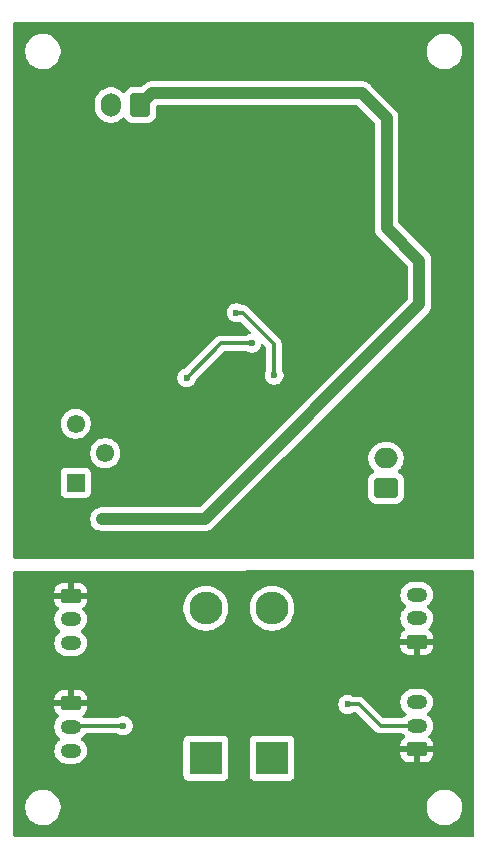
<source format=gbr>
%TF.GenerationSoftware,KiCad,Pcbnew,9.0.0-rc1*%
%TF.CreationDate,2025-10-12T14:16:47+03:00*%
%TF.ProjectId,uvp,7576702e-6b69-4636-9164-5f7063625858,rev?*%
%TF.SameCoordinates,Original*%
%TF.FileFunction,Copper,L2,Bot*%
%TF.FilePolarity,Positive*%
%FSLAX46Y46*%
G04 Gerber Fmt 4.6, Leading zero omitted, Abs format (unit mm)*
G04 Created by KiCad (PCBNEW 9.0.0-rc1) date 2025-10-12 14:16:47*
%MOMM*%
%LPD*%
G01*
G04 APERTURE LIST*
G04 Aperture macros list*
%AMRoundRect*
0 Rectangle with rounded corners*
0 $1 Rounding radius*
0 $2 $3 $4 $5 $6 $7 $8 $9 X,Y pos of 4 corners*
0 Add a 4 corners polygon primitive as box body*
4,1,4,$2,$3,$4,$5,$6,$7,$8,$9,$2,$3,0*
0 Add four circle primitives for the rounded corners*
1,1,$1+$1,$2,$3*
1,1,$1+$1,$4,$5*
1,1,$1+$1,$6,$7*
1,1,$1+$1,$8,$9*
0 Add four rect primitives between the rounded corners*
20,1,$1+$1,$2,$3,$4,$5,0*
20,1,$1+$1,$4,$5,$6,$7,0*
20,1,$1+$1,$6,$7,$8,$9,0*
20,1,$1+$1,$8,$9,$2,$3,0*%
G04 Aperture macros list end*
%TA.AperFunction,ComponentPad*%
%ADD10O,1.750000X1.200000*%
%TD*%
%TA.AperFunction,ComponentPad*%
%ADD11RoundRect,0.250000X0.625000X-0.350000X0.625000X0.350000X-0.625000X0.350000X-0.625000X-0.350000X0*%
%TD*%
%TA.AperFunction,ComponentPad*%
%ADD12RoundRect,0.250000X-0.625000X0.350000X-0.625000X-0.350000X0.625000X-0.350000X0.625000X0.350000X0*%
%TD*%
%TA.AperFunction,ComponentPad*%
%ADD13RoundRect,0.250000X0.750000X-0.600000X0.750000X0.600000X-0.750000X0.600000X-0.750000X-0.600000X0*%
%TD*%
%TA.AperFunction,ComponentPad*%
%ADD14O,2.000000X1.700000*%
%TD*%
%TA.AperFunction,ComponentPad*%
%ADD15RoundRect,0.250000X0.600000X0.750000X-0.600000X0.750000X-0.600000X-0.750000X0.600000X-0.750000X0*%
%TD*%
%TA.AperFunction,ComponentPad*%
%ADD16O,1.700000X2.000000*%
%TD*%
%TA.AperFunction,ComponentPad*%
%ADD17C,1.550000*%
%TD*%
%TA.AperFunction,ComponentPad*%
%ADD18R,1.550000X1.550000*%
%TD*%
%TA.AperFunction,ComponentPad*%
%ADD19O,2.800000X2.800000*%
%TD*%
%TA.AperFunction,ComponentPad*%
%ADD20R,2.800000X2.800000*%
%TD*%
%TA.AperFunction,ViaPad*%
%ADD21C,0.600000*%
%TD*%
%TA.AperFunction,Conductor*%
%ADD22C,1.000000*%
%TD*%
%TA.AperFunction,Conductor*%
%ADD23C,0.300000*%
%TD*%
%TA.AperFunction,Conductor*%
%ADD24C,0.500000*%
%TD*%
G04 APERTURE END LIST*
D10*
%TO.P,IN2,3,Pin_3*%
%TO.N,/TACHOMETER1*%
X64650000Y-79000000D03*
%TO.P,IN2,2,Pin_2*%
%TO.N,INV1 +12V*%
X64650000Y-81000000D03*
D11*
%TO.P,IN2,1,Pin_1*%
%TO.N,INV GND*%
X64650000Y-83000000D03*
%TD*%
D10*
%TO.P,IN4,3,Pin_3*%
%TO.N,/TACHOMETER2*%
X35350000Y-83100000D03*
%TO.P,IN4,2,Pin_2*%
%TO.N,INV2 +12V*%
X35350000Y-81100000D03*
D12*
%TO.P,IN4,1,Pin_1*%
%TO.N,INV GND*%
X35350000Y-79100000D03*
%TD*%
D10*
%TO.P,IN1,3,Pin_3*%
%TO.N,/TACHOMETER1*%
X64650000Y-88100000D03*
%TO.P,IN1,2,Pin_2*%
%TO.N,/FAN POWER1*%
X64650000Y-90100000D03*
D11*
%TO.P,IN1,1,Pin_1*%
%TO.N,INV GND*%
X64650000Y-92100000D03*
%TD*%
D12*
%TO.P,IN3,1,Pin_1*%
%TO.N,INV GND*%
X35350000Y-88200000D03*
D10*
%TO.P,IN3,2,Pin_2*%
%TO.N,/FAN POWER2*%
X35350000Y-90200000D03*
%TO.P,IN3,3,Pin_3*%
%TO.N,/TACHOMETER2*%
X35350000Y-92200000D03*
%TD*%
D13*
%TO.P,J2,1,Pin_1*%
%TO.N,/LOAD*%
X62050000Y-69950000D03*
D14*
%TO.P,J2,2,Pin_2*%
%TO.N,GND*%
X62050000Y-67450000D03*
%TD*%
D15*
%TO.P,J1,1,Pin_1*%
%TO.N,+12V*%
X41250000Y-37550000D03*
D16*
%TO.P,J1,2,Pin_2*%
%TO.N,GND*%
X38750000Y-37550000D03*
%TD*%
D17*
%TO.P,RV1,3,3*%
%TO.N,Net-(R2-Pad1)*%
X35775000Y-64525000D03*
%TO.P,RV1,2,2*%
%TO.N,/VBAT*%
X38275000Y-67025000D03*
D18*
%TO.P,RV1,1,1*%
%TO.N,Net-(R1-Pad2)*%
X35775000Y-69525000D03*
%TD*%
D19*
%TO.P,D2,2,A*%
%TO.N,Net-(D2-A)*%
X46800000Y-80150000D03*
D20*
%TO.P,D2,1,K*%
%TO.N,Net-(D2-K)*%
X46800000Y-92850000D03*
%TD*%
D19*
%TO.P,D1,2,A*%
%TO.N,Net-(D1-A)*%
X52400000Y-80150000D03*
D20*
%TO.P,D1,1,K*%
%TO.N,Net-(D1-K)*%
X52400000Y-92850000D03*
%TD*%
D21*
%TO.N,/FAN POWER1*%
X58800000Y-88300000D03*
%TO.N,/FAN POWER2*%
X39800000Y-90100000D03*
%TO.N,/TRIGGER*%
X45175000Y-60625000D03*
X50675000Y-57725000D03*
%TO.N,+12V*%
X51775000Y-36525000D03*
X62100000Y-47225000D03*
X64875000Y-54325000D03*
X61875000Y-38425000D03*
%TO.N,+5V*%
X35377500Y-55350000D03*
X51625000Y-54975000D03*
X49475000Y-61825000D03*
X45800000Y-69900000D03*
X40675000Y-64725000D03*
X44475000Y-56225000D03*
X44677500Y-47350000D03*
%TO.N,/SHUTDOWN-H*%
X49375000Y-55125000D03*
X52575000Y-60425000D03*
%TO.N,+12V*%
X38000000Y-72600000D03*
%TD*%
D22*
%TO.N,+12V*%
X41250000Y-37550000D02*
X42275000Y-36525000D01*
X42275000Y-36525000D02*
X59975000Y-36525000D01*
X59975000Y-36525000D02*
X61875000Y-38425000D01*
D23*
%TO.N,/FAN POWER2*%
X39800000Y-90100000D02*
X35450000Y-90100000D01*
X35450000Y-90100000D02*
X35350000Y-90200000D01*
%TO.N,/FAN POWER1*%
X58800000Y-88300000D02*
X59800000Y-88300000D01*
X59800000Y-88300000D02*
X61600000Y-90100000D01*
X61600000Y-90100000D02*
X64300000Y-90100000D01*
D22*
%TO.N,+12V*%
X38000000Y-72600000D02*
X46700000Y-72600000D01*
X46700000Y-72600000D02*
X64875000Y-54425000D01*
X64875000Y-54425000D02*
X64875000Y-54325000D01*
D24*
%TO.N,+5V*%
X40675000Y-64775000D02*
X40675000Y-64725000D01*
D22*
%TO.N,+12V*%
X61875000Y-38425000D02*
X62100000Y-38650000D01*
X62100000Y-38650000D02*
X62100000Y-47950000D01*
X62100000Y-47950000D02*
X64875000Y-50725000D01*
X64875000Y-50725000D02*
X64875000Y-54325000D01*
D23*
%TO.N,/SHUTDOWN-H*%
X49375000Y-55125000D02*
X49925000Y-55125000D01*
X49925000Y-55125000D02*
X52575000Y-57775000D01*
X52575000Y-57775000D02*
X52575000Y-60425000D01*
%TO.N,/TRIGGER*%
X45175000Y-60625000D02*
X48075000Y-57725000D01*
X48075000Y-57725000D02*
X50675000Y-57725000D01*
%TD*%
%TA.AperFunction,Conductor*%
%TO.N,+5V*%
G36*
X69442539Y-30520185D02*
G01*
X69488294Y-30572989D01*
X69499500Y-30624500D01*
X69499500Y-75876000D01*
X69479815Y-75943039D01*
X69427011Y-75988794D01*
X69375500Y-76000000D01*
X30624500Y-76000000D01*
X30557461Y-75980315D01*
X30511706Y-75927511D01*
X30500500Y-75876000D01*
X30500500Y-72698543D01*
X36999499Y-72698543D01*
X37037947Y-72891829D01*
X37037950Y-72891839D01*
X37113364Y-73073907D01*
X37113371Y-73073920D01*
X37222860Y-73237781D01*
X37222863Y-73237785D01*
X37362214Y-73377136D01*
X37362218Y-73377139D01*
X37526079Y-73486628D01*
X37526092Y-73486635D01*
X37708160Y-73562049D01*
X37708165Y-73562051D01*
X37708169Y-73562051D01*
X37708170Y-73562052D01*
X37901456Y-73600500D01*
X37901459Y-73600500D01*
X46798542Y-73600500D01*
X46829566Y-73594328D01*
X46895188Y-73581275D01*
X46991836Y-73562051D01*
X47045165Y-73539961D01*
X47173914Y-73486632D01*
X47337782Y-73377139D01*
X47477139Y-73237782D01*
X47477139Y-73237780D01*
X47487347Y-73227573D01*
X47487348Y-73227570D01*
X53371206Y-67343713D01*
X60549500Y-67343713D01*
X60549500Y-67556287D01*
X60582754Y-67766243D01*
X60611896Y-67855933D01*
X60648444Y-67968414D01*
X60744951Y-68157820D01*
X60869890Y-68329786D01*
X61008705Y-68468601D01*
X61042190Y-68529924D01*
X61037206Y-68599616D01*
X60995334Y-68655549D01*
X60986121Y-68661821D01*
X60831342Y-68757289D01*
X60707289Y-68881342D01*
X60615187Y-69030663D01*
X60615186Y-69030666D01*
X60560001Y-69197203D01*
X60560001Y-69197204D01*
X60560000Y-69197204D01*
X60549500Y-69299983D01*
X60549500Y-70600001D01*
X60549501Y-70600018D01*
X60560000Y-70702796D01*
X60560001Y-70702799D01*
X60615185Y-70869331D01*
X60615186Y-70869334D01*
X60707288Y-71018656D01*
X60831344Y-71142712D01*
X60980666Y-71234814D01*
X61147203Y-71289999D01*
X61249991Y-71300500D01*
X62850008Y-71300499D01*
X62952797Y-71289999D01*
X63119334Y-71234814D01*
X63268656Y-71142712D01*
X63392712Y-71018656D01*
X63484814Y-70869334D01*
X63539999Y-70702797D01*
X63550500Y-70600009D01*
X63550499Y-69299992D01*
X63539999Y-69197203D01*
X63484814Y-69030666D01*
X63392712Y-68881344D01*
X63268656Y-68757288D01*
X63119334Y-68665186D01*
X63119333Y-68665185D01*
X63113878Y-68661821D01*
X63067154Y-68609873D01*
X63055931Y-68540910D01*
X63083775Y-68476828D01*
X63091272Y-68468623D01*
X63230104Y-68329792D01*
X63283784Y-68255908D01*
X63355048Y-68157820D01*
X63355047Y-68157820D01*
X63355051Y-68157816D01*
X63451557Y-67968412D01*
X63517246Y-67766243D01*
X63550500Y-67556287D01*
X63550500Y-67343713D01*
X63517246Y-67133757D01*
X63451557Y-66931588D01*
X63355051Y-66742184D01*
X63355049Y-66742181D01*
X63355048Y-66742179D01*
X63230109Y-66570213D01*
X63079786Y-66419890D01*
X62907820Y-66294951D01*
X62718414Y-66198444D01*
X62718413Y-66198443D01*
X62718412Y-66198443D01*
X62516243Y-66132754D01*
X62516241Y-66132753D01*
X62516240Y-66132753D01*
X62354957Y-66107208D01*
X62306287Y-66099500D01*
X61793713Y-66099500D01*
X61745042Y-66107208D01*
X61583760Y-66132753D01*
X61381585Y-66198444D01*
X61192179Y-66294951D01*
X61020213Y-66419890D01*
X60869890Y-66570213D01*
X60744951Y-66742179D01*
X60648444Y-66931585D01*
X60582753Y-67133760D01*
X60564159Y-67251160D01*
X60549500Y-67343713D01*
X53371206Y-67343713D01*
X65652139Y-55062782D01*
X65718957Y-54962782D01*
X65761632Y-54898914D01*
X65837051Y-54716835D01*
X65839569Y-54704179D01*
X65875500Y-54523541D01*
X65875500Y-54326460D01*
X65875500Y-54226459D01*
X65875500Y-50626459D01*
X65869121Y-50594389D01*
X65837052Y-50433165D01*
X65761632Y-50251086D01*
X65761631Y-50251085D01*
X65761628Y-50251079D01*
X65652140Y-50087219D01*
X65652137Y-50087215D01*
X63136819Y-47571897D01*
X63103334Y-47510574D01*
X63100500Y-47484216D01*
X63100500Y-38551456D01*
X63100499Y-38551454D01*
X63062053Y-38358173D01*
X63062050Y-38358163D01*
X63058671Y-38350005D01*
X63039961Y-38304835D01*
X63039961Y-38304834D01*
X62986635Y-38176092D01*
X62986628Y-38176079D01*
X62877139Y-38012218D01*
X62877136Y-38012214D01*
X62734686Y-37869764D01*
X62734655Y-37869735D01*
X62656480Y-37791560D01*
X62656460Y-37791538D01*
X60759209Y-35894289D01*
X60759206Y-35894285D01*
X60759206Y-35894286D01*
X60752139Y-35887219D01*
X60752139Y-35887218D01*
X60612782Y-35747861D01*
X60612781Y-35747860D01*
X60612780Y-35747859D01*
X60448920Y-35638371D01*
X60448911Y-35638366D01*
X60376315Y-35608296D01*
X60320165Y-35585038D01*
X60266836Y-35562949D01*
X60266832Y-35562948D01*
X60266828Y-35562946D01*
X60170188Y-35543724D01*
X60073544Y-35524500D01*
X60073541Y-35524500D01*
X42176459Y-35524500D01*
X42176455Y-35524500D01*
X42079812Y-35543724D01*
X41983167Y-35562947D01*
X41983161Y-35562949D01*
X41929834Y-35585037D01*
X41929834Y-35585038D01*
X41884315Y-35603892D01*
X41801089Y-35638366D01*
X41801079Y-35638371D01*
X41637219Y-35747859D01*
X41567540Y-35817538D01*
X41497861Y-35887218D01*
X41497858Y-35887221D01*
X41371897Y-36013182D01*
X41310574Y-36046666D01*
X41284216Y-36049500D01*
X40599998Y-36049500D01*
X40599980Y-36049501D01*
X40497203Y-36060000D01*
X40497200Y-36060001D01*
X40330668Y-36115185D01*
X40330663Y-36115187D01*
X40181342Y-36207289D01*
X40057289Y-36331342D01*
X39961821Y-36486121D01*
X39909873Y-36532845D01*
X39840910Y-36544068D01*
X39776828Y-36516224D01*
X39768601Y-36508705D01*
X39629786Y-36369890D01*
X39457820Y-36244951D01*
X39268414Y-36148444D01*
X39268413Y-36148443D01*
X39268412Y-36148443D01*
X39066243Y-36082754D01*
X39066241Y-36082753D01*
X39066240Y-36082753D01*
X38904957Y-36057208D01*
X38856287Y-36049500D01*
X38643713Y-36049500D01*
X38595042Y-36057208D01*
X38433760Y-36082753D01*
X38231585Y-36148444D01*
X38042179Y-36244951D01*
X37870213Y-36369890D01*
X37719890Y-36520213D01*
X37594951Y-36692179D01*
X37498444Y-36881585D01*
X37432753Y-37083760D01*
X37399500Y-37293713D01*
X37399500Y-37806287D01*
X37432754Y-38016243D01*
X37484692Y-38176092D01*
X37498444Y-38218414D01*
X37594951Y-38407820D01*
X37719890Y-38579786D01*
X37870213Y-38730109D01*
X38042179Y-38855048D01*
X38042181Y-38855049D01*
X38042184Y-38855051D01*
X38231588Y-38951557D01*
X38433757Y-39017246D01*
X38643713Y-39050500D01*
X38643714Y-39050500D01*
X38856286Y-39050500D01*
X38856287Y-39050500D01*
X39066243Y-39017246D01*
X39268412Y-38951557D01*
X39457816Y-38855051D01*
X39629792Y-38730104D01*
X39768604Y-38591291D01*
X39829923Y-38557809D01*
X39899615Y-38562793D01*
X39955549Y-38604664D01*
X39961821Y-38613878D01*
X39965185Y-38619333D01*
X39965186Y-38619334D01*
X40057288Y-38768656D01*
X40181344Y-38892712D01*
X40330666Y-38984814D01*
X40497203Y-39039999D01*
X40599991Y-39050500D01*
X41900008Y-39050499D01*
X42002797Y-39039999D01*
X42169334Y-38984814D01*
X42318656Y-38892712D01*
X42442712Y-38768656D01*
X42534814Y-38619334D01*
X42589999Y-38452797D01*
X42600500Y-38350009D01*
X42600499Y-37665782D01*
X42609146Y-37636331D01*
X42615669Y-37606353D01*
X42619420Y-37601342D01*
X42620183Y-37598744D01*
X42636820Y-37578099D01*
X42653104Y-37561816D01*
X42714429Y-37528333D01*
X42740783Y-37525500D01*
X59509218Y-37525500D01*
X59576257Y-37545185D01*
X59596899Y-37561819D01*
X61063181Y-39028101D01*
X61096666Y-39089424D01*
X61099500Y-39115782D01*
X61099500Y-48048541D01*
X61099500Y-48048543D01*
X61099499Y-48048543D01*
X61137947Y-48241829D01*
X61137950Y-48241839D01*
X61213364Y-48423907D01*
X61213371Y-48423920D01*
X61322859Y-48587780D01*
X61322860Y-48587781D01*
X61322861Y-48587782D01*
X61462218Y-48727139D01*
X61462219Y-48727139D01*
X61469286Y-48734206D01*
X61469285Y-48734206D01*
X61469289Y-48734209D01*
X63838181Y-51103101D01*
X63871666Y-51164424D01*
X63874500Y-51190782D01*
X63874500Y-53959217D01*
X63854815Y-54026256D01*
X63838181Y-54046898D01*
X46321899Y-71563181D01*
X46260576Y-71596666D01*
X46234218Y-71599500D01*
X37901457Y-71599500D01*
X37708170Y-71637947D01*
X37708160Y-71637950D01*
X37526092Y-71713364D01*
X37526079Y-71713371D01*
X37362218Y-71822860D01*
X37362214Y-71822863D01*
X37222863Y-71962214D01*
X37222860Y-71962218D01*
X37113371Y-72126079D01*
X37113364Y-72126092D01*
X37037950Y-72308160D01*
X37037947Y-72308170D01*
X36999500Y-72501456D01*
X36999500Y-72501459D01*
X36999500Y-72698541D01*
X36999500Y-72698543D01*
X36999499Y-72698543D01*
X30500500Y-72698543D01*
X30500500Y-68702135D01*
X34499500Y-68702135D01*
X34499500Y-70347870D01*
X34499501Y-70347876D01*
X34505908Y-70407483D01*
X34556202Y-70542328D01*
X34556206Y-70542335D01*
X34642452Y-70657544D01*
X34642455Y-70657547D01*
X34757664Y-70743793D01*
X34757671Y-70743797D01*
X34892517Y-70794091D01*
X34892516Y-70794091D01*
X34899444Y-70794835D01*
X34952127Y-70800500D01*
X36597872Y-70800499D01*
X36657483Y-70794091D01*
X36792331Y-70743796D01*
X36907546Y-70657546D01*
X36993796Y-70542331D01*
X37044091Y-70407483D01*
X37050500Y-70347873D01*
X37050499Y-68702128D01*
X37044091Y-68642517D01*
X37031963Y-68610001D01*
X36993797Y-68507671D01*
X36993793Y-68507664D01*
X36907547Y-68392455D01*
X36907544Y-68392452D01*
X36792335Y-68306206D01*
X36792328Y-68306202D01*
X36657482Y-68255908D01*
X36657483Y-68255908D01*
X36597883Y-68249501D01*
X36597881Y-68249500D01*
X36597873Y-68249500D01*
X36597864Y-68249500D01*
X34952129Y-68249500D01*
X34952123Y-68249501D01*
X34892516Y-68255908D01*
X34757671Y-68306202D01*
X34757664Y-68306206D01*
X34642455Y-68392452D01*
X34642452Y-68392455D01*
X34556206Y-68507664D01*
X34556202Y-68507671D01*
X34505908Y-68642517D01*
X34499501Y-68702116D01*
X34499501Y-68702123D01*
X34499500Y-68702135D01*
X30500500Y-68702135D01*
X30500500Y-66924616D01*
X36999500Y-66924616D01*
X36999500Y-67125383D01*
X37030907Y-67323680D01*
X37092949Y-67514626D01*
X37114177Y-67556287D01*
X37184095Y-67693508D01*
X37302103Y-67855932D01*
X37444068Y-67997897D01*
X37606492Y-68115905D01*
X37688747Y-68157816D01*
X37785373Y-68207050D01*
X37785375Y-68207050D01*
X37785378Y-68207052D01*
X37976320Y-68269093D01*
X38174616Y-68300500D01*
X38174617Y-68300500D01*
X38375383Y-68300500D01*
X38375384Y-68300500D01*
X38573680Y-68269093D01*
X38764622Y-68207052D01*
X38943508Y-68115905D01*
X39105932Y-67997897D01*
X39247897Y-67855932D01*
X39365905Y-67693508D01*
X39457052Y-67514622D01*
X39519093Y-67323680D01*
X39550500Y-67125384D01*
X39550500Y-66924616D01*
X39519093Y-66726320D01*
X39457052Y-66535378D01*
X39457050Y-66535375D01*
X39457050Y-66535373D01*
X39365904Y-66356491D01*
X39247897Y-66194068D01*
X39105932Y-66052103D01*
X38943508Y-65934095D01*
X38764626Y-65842949D01*
X38573680Y-65780907D01*
X38499083Y-65769092D01*
X38375384Y-65749500D01*
X38174616Y-65749500D01*
X38075468Y-65765203D01*
X37976319Y-65780907D01*
X37785373Y-65842949D01*
X37606491Y-65934095D01*
X37513822Y-66001423D01*
X37444068Y-66052103D01*
X37444066Y-66052105D01*
X37444065Y-66052105D01*
X37302105Y-66194065D01*
X37302105Y-66194066D01*
X37302103Y-66194068D01*
X37298924Y-66198444D01*
X37184095Y-66356491D01*
X37092949Y-66535373D01*
X37030907Y-66726319D01*
X36999500Y-66924616D01*
X30500500Y-66924616D01*
X30500500Y-64424616D01*
X34499500Y-64424616D01*
X34499500Y-64625383D01*
X34530907Y-64823680D01*
X34592949Y-65014626D01*
X34684095Y-65193508D01*
X34802103Y-65355932D01*
X34944068Y-65497897D01*
X35106492Y-65615905D01*
X35191007Y-65658967D01*
X35285373Y-65707050D01*
X35285375Y-65707050D01*
X35285378Y-65707052D01*
X35476320Y-65769093D01*
X35674616Y-65800500D01*
X35674617Y-65800500D01*
X35875383Y-65800500D01*
X35875384Y-65800500D01*
X36073680Y-65769093D01*
X36264622Y-65707052D01*
X36443508Y-65615905D01*
X36605932Y-65497897D01*
X36747897Y-65355932D01*
X36865905Y-65193508D01*
X36957052Y-65014622D01*
X37019093Y-64823680D01*
X37050500Y-64625384D01*
X37050500Y-64424616D01*
X37019093Y-64226320D01*
X36957052Y-64035378D01*
X36957050Y-64035375D01*
X36957050Y-64035373D01*
X36865904Y-63856491D01*
X36747897Y-63694068D01*
X36605932Y-63552103D01*
X36443508Y-63434095D01*
X36264626Y-63342949D01*
X36073680Y-63280907D01*
X35875384Y-63249500D01*
X35674616Y-63249500D01*
X35575468Y-63265203D01*
X35476319Y-63280907D01*
X35285373Y-63342949D01*
X35106491Y-63434095D01*
X35013822Y-63501423D01*
X34944068Y-63552103D01*
X34944066Y-63552105D01*
X34944065Y-63552105D01*
X34802105Y-63694065D01*
X34802105Y-63694066D01*
X34802103Y-63694068D01*
X34751423Y-63763822D01*
X34684095Y-63856491D01*
X34592949Y-64035373D01*
X34530907Y-64226319D01*
X34499500Y-64424616D01*
X30500500Y-64424616D01*
X30500500Y-60546153D01*
X44374500Y-60546153D01*
X44374500Y-60703846D01*
X44405261Y-60858489D01*
X44405264Y-60858501D01*
X44465602Y-61004172D01*
X44465609Y-61004185D01*
X44553210Y-61135288D01*
X44553213Y-61135292D01*
X44664707Y-61246786D01*
X44664711Y-61246789D01*
X44795814Y-61334390D01*
X44795827Y-61334397D01*
X44941498Y-61394735D01*
X44941503Y-61394737D01*
X45096153Y-61425499D01*
X45096156Y-61425500D01*
X45096158Y-61425500D01*
X45253844Y-61425500D01*
X45253845Y-61425499D01*
X45408497Y-61394737D01*
X45554179Y-61334394D01*
X45685289Y-61246789D01*
X45796789Y-61135289D01*
X45884394Y-61004179D01*
X45944737Y-60858497D01*
X45958079Y-60791416D01*
X45990463Y-60729509D01*
X45991958Y-60727986D01*
X48308127Y-58411819D01*
X48369450Y-58378334D01*
X48395808Y-58375500D01*
X50170065Y-58375500D01*
X50237104Y-58395185D01*
X50238909Y-58396366D01*
X50295821Y-58434394D01*
X50295823Y-58434395D01*
X50295827Y-58434397D01*
X50441498Y-58494735D01*
X50441503Y-58494737D01*
X50596153Y-58525499D01*
X50596156Y-58525500D01*
X50596158Y-58525500D01*
X50753844Y-58525500D01*
X50753845Y-58525499D01*
X50908497Y-58494737D01*
X51054179Y-58434394D01*
X51185289Y-58346789D01*
X51296789Y-58235289D01*
X51384394Y-58104179D01*
X51444737Y-57958497D01*
X51464817Y-57857551D01*
X51497202Y-57795640D01*
X51557918Y-57761066D01*
X51627687Y-57764805D01*
X51674115Y-57794061D01*
X51888181Y-58008127D01*
X51921666Y-58069450D01*
X51924500Y-58095808D01*
X51924500Y-59920064D01*
X51904815Y-59987103D01*
X51903603Y-59988954D01*
X51865608Y-60045817D01*
X51865602Y-60045828D01*
X51805264Y-60191498D01*
X51805261Y-60191510D01*
X51774500Y-60346153D01*
X51774500Y-60503846D01*
X51805261Y-60658489D01*
X51805264Y-60658501D01*
X51865602Y-60804172D01*
X51865609Y-60804185D01*
X51953210Y-60935288D01*
X51953213Y-60935292D01*
X52064707Y-61046786D01*
X52064711Y-61046789D01*
X52195814Y-61134390D01*
X52195827Y-61134397D01*
X52341498Y-61194735D01*
X52341503Y-61194737D01*
X52496153Y-61225499D01*
X52496156Y-61225500D01*
X52496158Y-61225500D01*
X52653844Y-61225500D01*
X52653845Y-61225499D01*
X52808497Y-61194737D01*
X52954179Y-61134394D01*
X53085289Y-61046789D01*
X53196789Y-60935289D01*
X53284394Y-60804179D01*
X53344737Y-60658497D01*
X53375500Y-60503842D01*
X53375500Y-60346158D01*
X53375500Y-60346155D01*
X53375499Y-60346153D01*
X53355543Y-60245827D01*
X53344737Y-60191503D01*
X53284394Y-60045821D01*
X53246396Y-59988953D01*
X53225520Y-59922276D01*
X53225500Y-59920064D01*
X53225500Y-57710928D01*
X53200502Y-57585261D01*
X53200501Y-57585260D01*
X53200501Y-57585256D01*
X53151465Y-57466873D01*
X53118057Y-57416874D01*
X53080277Y-57360331D01*
X53080275Y-57360328D01*
X50339673Y-54619726D01*
X50339669Y-54619723D01*
X50233127Y-54548535D01*
X50172786Y-54523541D01*
X50114744Y-54499499D01*
X50114738Y-54499497D01*
X49989071Y-54474500D01*
X49989069Y-54474500D01*
X49879935Y-54474500D01*
X49812896Y-54454815D01*
X49811090Y-54453633D01*
X49754179Y-54415606D01*
X49754172Y-54415602D01*
X49608501Y-54355264D01*
X49608489Y-54355261D01*
X49453845Y-54324500D01*
X49453842Y-54324500D01*
X49296158Y-54324500D01*
X49296155Y-54324500D01*
X49141510Y-54355261D01*
X49141498Y-54355264D01*
X48995827Y-54415602D01*
X48995814Y-54415609D01*
X48864711Y-54503210D01*
X48864707Y-54503213D01*
X48753213Y-54614707D01*
X48753210Y-54614711D01*
X48665609Y-54745814D01*
X48665602Y-54745827D01*
X48605264Y-54891498D01*
X48605261Y-54891510D01*
X48574500Y-55046153D01*
X48574500Y-55203846D01*
X48605261Y-55358489D01*
X48605264Y-55358501D01*
X48665602Y-55504172D01*
X48665609Y-55504185D01*
X48753210Y-55635288D01*
X48753213Y-55635292D01*
X48864707Y-55746786D01*
X48864711Y-55746789D01*
X48995814Y-55834390D01*
X48995827Y-55834397D01*
X49082429Y-55870268D01*
X49141503Y-55894737D01*
X49296153Y-55925499D01*
X49296156Y-55925500D01*
X49296158Y-55925500D01*
X49453844Y-55925500D01*
X49453845Y-55925499D01*
X49608497Y-55894737D01*
X49649538Y-55877736D01*
X49719006Y-55870268D01*
X49781485Y-55901542D01*
X49784671Y-55904617D01*
X50605938Y-56725884D01*
X50639423Y-56787207D01*
X50634439Y-56856899D01*
X50592567Y-56912832D01*
X50542450Y-56935182D01*
X50441507Y-56955261D01*
X50441498Y-56955264D01*
X50295827Y-57015602D01*
X50295820Y-57015606D01*
X50266928Y-57034911D01*
X50238955Y-57053602D01*
X50172279Y-57074480D01*
X50170065Y-57074500D01*
X48010929Y-57074500D01*
X47885261Y-57099497D01*
X47885255Y-57099499D01*
X47766870Y-57148535D01*
X47660331Y-57219722D01*
X47660324Y-57219728D01*
X45072068Y-59807984D01*
X45010745Y-59841469D01*
X45008579Y-59841920D01*
X44941508Y-59855261D01*
X44941498Y-59855264D01*
X44795827Y-59915602D01*
X44795814Y-59915609D01*
X44664711Y-60003210D01*
X44664707Y-60003213D01*
X44553213Y-60114707D01*
X44553210Y-60114711D01*
X44465609Y-60245814D01*
X44465602Y-60245827D01*
X44405264Y-60391498D01*
X44405261Y-60391510D01*
X44374500Y-60546153D01*
X30500500Y-60546153D01*
X30500500Y-32881902D01*
X31499500Y-32881902D01*
X31499500Y-33118097D01*
X31536446Y-33351368D01*
X31609433Y-33575996D01*
X31716657Y-33786433D01*
X31855483Y-33977510D01*
X32022490Y-34144517D01*
X32213567Y-34283343D01*
X32312991Y-34334002D01*
X32424003Y-34390566D01*
X32424005Y-34390566D01*
X32424008Y-34390568D01*
X32544412Y-34429689D01*
X32648631Y-34463553D01*
X32881903Y-34500500D01*
X32881908Y-34500500D01*
X33118097Y-34500500D01*
X33351368Y-34463553D01*
X33575992Y-34390568D01*
X33786433Y-34283343D01*
X33977510Y-34144517D01*
X34144517Y-33977510D01*
X34283343Y-33786433D01*
X34390568Y-33575992D01*
X34463553Y-33351368D01*
X34488929Y-33191150D01*
X34500500Y-33118097D01*
X34500500Y-32881902D01*
X65499500Y-32881902D01*
X65499500Y-33118097D01*
X65536446Y-33351368D01*
X65609433Y-33575996D01*
X65716657Y-33786433D01*
X65855483Y-33977510D01*
X66022490Y-34144517D01*
X66213567Y-34283343D01*
X66312991Y-34334002D01*
X66424003Y-34390566D01*
X66424005Y-34390566D01*
X66424008Y-34390568D01*
X66544412Y-34429689D01*
X66648631Y-34463553D01*
X66881903Y-34500500D01*
X66881908Y-34500500D01*
X67118097Y-34500500D01*
X67351368Y-34463553D01*
X67575992Y-34390568D01*
X67786433Y-34283343D01*
X67977510Y-34144517D01*
X68144517Y-33977510D01*
X68283343Y-33786433D01*
X68390568Y-33575992D01*
X68463553Y-33351368D01*
X68488929Y-33191150D01*
X68500500Y-33118097D01*
X68500500Y-32881902D01*
X68463553Y-32648631D01*
X68390566Y-32424003D01*
X68283342Y-32213566D01*
X68144517Y-32022490D01*
X67977510Y-31855483D01*
X67786433Y-31716657D01*
X67575996Y-31609433D01*
X67351368Y-31536446D01*
X67118097Y-31499500D01*
X67118092Y-31499500D01*
X66881908Y-31499500D01*
X66881903Y-31499500D01*
X66648631Y-31536446D01*
X66424003Y-31609433D01*
X66213566Y-31716657D01*
X66104550Y-31795862D01*
X66022490Y-31855483D01*
X66022488Y-31855485D01*
X66022487Y-31855485D01*
X65855485Y-32022487D01*
X65855485Y-32022488D01*
X65855483Y-32022490D01*
X65795862Y-32104550D01*
X65716657Y-32213566D01*
X65609433Y-32424003D01*
X65536446Y-32648631D01*
X65499500Y-32881902D01*
X34500500Y-32881902D01*
X34463553Y-32648631D01*
X34390566Y-32424003D01*
X34283342Y-32213566D01*
X34144517Y-32022490D01*
X33977510Y-31855483D01*
X33786433Y-31716657D01*
X33575996Y-31609433D01*
X33351368Y-31536446D01*
X33118097Y-31499500D01*
X33118092Y-31499500D01*
X32881908Y-31499500D01*
X32881903Y-31499500D01*
X32648631Y-31536446D01*
X32424003Y-31609433D01*
X32213566Y-31716657D01*
X32104550Y-31795862D01*
X32022490Y-31855483D01*
X32022488Y-31855485D01*
X32022487Y-31855485D01*
X31855485Y-32022487D01*
X31855485Y-32022488D01*
X31855483Y-32022490D01*
X31795862Y-32104550D01*
X31716657Y-32213566D01*
X31609433Y-32424003D01*
X31536446Y-32648631D01*
X31499500Y-32881902D01*
X30500500Y-32881902D01*
X30500500Y-30624500D01*
X30520185Y-30557461D01*
X30572989Y-30511706D01*
X30624500Y-30500500D01*
X69375500Y-30500500D01*
X69442539Y-30520185D01*
G37*
%TD.AperFunction*%
%TD*%
%TA.AperFunction,Conductor*%
%TO.N,INV GND*%
G36*
X69442278Y-76921078D02*
G01*
X69488165Y-76973768D01*
X69499500Y-77025561D01*
X69499500Y-99375500D01*
X69479815Y-99442539D01*
X69427011Y-99488294D01*
X69375500Y-99499500D01*
X30624500Y-99499500D01*
X30557461Y-99479815D01*
X30511706Y-99427011D01*
X30500500Y-99375500D01*
X30500500Y-96881902D01*
X31499500Y-96881902D01*
X31499500Y-97118097D01*
X31536446Y-97351368D01*
X31609433Y-97575996D01*
X31716657Y-97786433D01*
X31855483Y-97977510D01*
X32022490Y-98144517D01*
X32213567Y-98283343D01*
X32312991Y-98334002D01*
X32424003Y-98390566D01*
X32424005Y-98390566D01*
X32424008Y-98390568D01*
X32544412Y-98429689D01*
X32648631Y-98463553D01*
X32881903Y-98500500D01*
X32881908Y-98500500D01*
X33118097Y-98500500D01*
X33351368Y-98463553D01*
X33575992Y-98390568D01*
X33786433Y-98283343D01*
X33977510Y-98144517D01*
X34144517Y-97977510D01*
X34283343Y-97786433D01*
X34390568Y-97575992D01*
X34463553Y-97351368D01*
X34488929Y-97191150D01*
X34500500Y-97118097D01*
X34500500Y-96881902D01*
X65499500Y-96881902D01*
X65499500Y-97118097D01*
X65536446Y-97351368D01*
X65609433Y-97575996D01*
X65716657Y-97786433D01*
X65855483Y-97977510D01*
X66022490Y-98144517D01*
X66213567Y-98283343D01*
X66312991Y-98334002D01*
X66424003Y-98390566D01*
X66424005Y-98390566D01*
X66424008Y-98390568D01*
X66544412Y-98429689D01*
X66648631Y-98463553D01*
X66881903Y-98500500D01*
X66881908Y-98500500D01*
X67118097Y-98500500D01*
X67351368Y-98463553D01*
X67575992Y-98390568D01*
X67786433Y-98283343D01*
X67977510Y-98144517D01*
X68144517Y-97977510D01*
X68283343Y-97786433D01*
X68390568Y-97575992D01*
X68463553Y-97351368D01*
X68488929Y-97191150D01*
X68500500Y-97118097D01*
X68500500Y-96881902D01*
X68463553Y-96648631D01*
X68390566Y-96424003D01*
X68283342Y-96213566D01*
X68144517Y-96022490D01*
X67977510Y-95855483D01*
X67786433Y-95716657D01*
X67575996Y-95609433D01*
X67351368Y-95536446D01*
X67118097Y-95499500D01*
X67118092Y-95499500D01*
X66881908Y-95499500D01*
X66881903Y-95499500D01*
X66648631Y-95536446D01*
X66424003Y-95609433D01*
X66213566Y-95716657D01*
X66104550Y-95795862D01*
X66022490Y-95855483D01*
X66022488Y-95855485D01*
X66022487Y-95855485D01*
X65855485Y-96022487D01*
X65855485Y-96022488D01*
X65855483Y-96022490D01*
X65795862Y-96104550D01*
X65716657Y-96213566D01*
X65609433Y-96424003D01*
X65536446Y-96648631D01*
X65499500Y-96881902D01*
X34500500Y-96881902D01*
X34463553Y-96648631D01*
X34390566Y-96424003D01*
X34283342Y-96213566D01*
X34144517Y-96022490D01*
X33977510Y-95855483D01*
X33786433Y-95716657D01*
X33575996Y-95609433D01*
X33351368Y-95536446D01*
X33118097Y-95499500D01*
X33118092Y-95499500D01*
X32881908Y-95499500D01*
X32881903Y-95499500D01*
X32648631Y-95536446D01*
X32424003Y-95609433D01*
X32213566Y-95716657D01*
X32104550Y-95795862D01*
X32022490Y-95855483D01*
X32022488Y-95855485D01*
X32022487Y-95855485D01*
X31855485Y-96022487D01*
X31855485Y-96022488D01*
X31855483Y-96022490D01*
X31795862Y-96104550D01*
X31716657Y-96213566D01*
X31609433Y-96424003D01*
X31536446Y-96648631D01*
X31499500Y-96881902D01*
X30500500Y-96881902D01*
X30500500Y-90113389D01*
X33974500Y-90113389D01*
X33974500Y-90286610D01*
X33985759Y-90357701D01*
X34001598Y-90457701D01*
X34055127Y-90622445D01*
X34133768Y-90776788D01*
X34235586Y-90916928D01*
X34358072Y-91039414D01*
X34375257Y-91051899D01*
X34441023Y-91099683D01*
X34483689Y-91155013D01*
X34489667Y-91224626D01*
X34457061Y-91286421D01*
X34441023Y-91300317D01*
X34358078Y-91360581D01*
X34358069Y-91360588D01*
X34235588Y-91483069D01*
X34235588Y-91483070D01*
X34235586Y-91483072D01*
X34191859Y-91543256D01*
X34133768Y-91623211D01*
X34055128Y-91777552D01*
X34055127Y-91777554D01*
X34055127Y-91777555D01*
X34031588Y-91850000D01*
X34001597Y-91942302D01*
X33984440Y-92050630D01*
X33974500Y-92113389D01*
X33974500Y-92286611D01*
X34001598Y-92457701D01*
X34055127Y-92622445D01*
X34133768Y-92776788D01*
X34235586Y-92916928D01*
X34358072Y-93039414D01*
X34498212Y-93141232D01*
X34652555Y-93219873D01*
X34817299Y-93273402D01*
X34988389Y-93300500D01*
X34988390Y-93300500D01*
X35711610Y-93300500D01*
X35711611Y-93300500D01*
X35882701Y-93273402D01*
X36047445Y-93219873D01*
X36201788Y-93141232D01*
X36341928Y-93039414D01*
X36464414Y-92916928D01*
X36566232Y-92776788D01*
X36644873Y-92622445D01*
X36698402Y-92457701D01*
X36725500Y-92286611D01*
X36725500Y-92113389D01*
X36698402Y-91942299D01*
X36644873Y-91777555D01*
X36566232Y-91623212D01*
X36464414Y-91483072D01*
X36383477Y-91402135D01*
X44899500Y-91402135D01*
X44899500Y-94297870D01*
X44899501Y-94297876D01*
X44905908Y-94357483D01*
X44956202Y-94492328D01*
X44956206Y-94492335D01*
X45042452Y-94607544D01*
X45042455Y-94607547D01*
X45157664Y-94693793D01*
X45157671Y-94693797D01*
X45292517Y-94744091D01*
X45292516Y-94744091D01*
X45299444Y-94744835D01*
X45352127Y-94750500D01*
X48247872Y-94750499D01*
X48307483Y-94744091D01*
X48442331Y-94693796D01*
X48557546Y-94607546D01*
X48643796Y-94492331D01*
X48694091Y-94357483D01*
X48700500Y-94297873D01*
X48700499Y-91402135D01*
X50499500Y-91402135D01*
X50499500Y-94297870D01*
X50499501Y-94297876D01*
X50505908Y-94357483D01*
X50556202Y-94492328D01*
X50556206Y-94492335D01*
X50642452Y-94607544D01*
X50642455Y-94607547D01*
X50757664Y-94693793D01*
X50757671Y-94693797D01*
X50892517Y-94744091D01*
X50892516Y-94744091D01*
X50899444Y-94744835D01*
X50952127Y-94750500D01*
X53847872Y-94750499D01*
X53907483Y-94744091D01*
X54042331Y-94693796D01*
X54157546Y-94607546D01*
X54243796Y-94492331D01*
X54294091Y-94357483D01*
X54300500Y-94297873D01*
X54300499Y-91402128D01*
X54294091Y-91342517D01*
X54278351Y-91300317D01*
X54243797Y-91207671D01*
X54243793Y-91207664D01*
X54157547Y-91092455D01*
X54157544Y-91092452D01*
X54042335Y-91006206D01*
X54042328Y-91006202D01*
X53907482Y-90955908D01*
X53907483Y-90955908D01*
X53847883Y-90949501D01*
X53847881Y-90949500D01*
X53847873Y-90949500D01*
X53847864Y-90949500D01*
X50952129Y-90949500D01*
X50952123Y-90949501D01*
X50892516Y-90955908D01*
X50757671Y-91006202D01*
X50757664Y-91006206D01*
X50642455Y-91092452D01*
X50642452Y-91092455D01*
X50556206Y-91207664D01*
X50556202Y-91207671D01*
X50505908Y-91342517D01*
X50499501Y-91402116D01*
X50499501Y-91402123D01*
X50499500Y-91402135D01*
X48700499Y-91402135D01*
X48700499Y-91402128D01*
X48694091Y-91342517D01*
X48678351Y-91300317D01*
X48643797Y-91207671D01*
X48643793Y-91207664D01*
X48557547Y-91092455D01*
X48557544Y-91092452D01*
X48442335Y-91006206D01*
X48442328Y-91006202D01*
X48307482Y-90955908D01*
X48307483Y-90955908D01*
X48247883Y-90949501D01*
X48247881Y-90949500D01*
X48247873Y-90949500D01*
X48247864Y-90949500D01*
X45352129Y-90949500D01*
X45352123Y-90949501D01*
X45292516Y-90955908D01*
X45157671Y-91006202D01*
X45157664Y-91006206D01*
X45042455Y-91092452D01*
X45042452Y-91092455D01*
X44956206Y-91207664D01*
X44956202Y-91207671D01*
X44905908Y-91342517D01*
X44899501Y-91402116D01*
X44899501Y-91402123D01*
X44899500Y-91402135D01*
X36383477Y-91402135D01*
X36341928Y-91360586D01*
X36258975Y-91300317D01*
X36216311Y-91244988D01*
X36210332Y-91175374D01*
X36242938Y-91113579D01*
X36258976Y-91099682D01*
X36341928Y-91039414D01*
X36464414Y-90916928D01*
X36548195Y-90801614D01*
X36603526Y-90758949D01*
X36648513Y-90750500D01*
X39295065Y-90750500D01*
X39362104Y-90770185D01*
X39363909Y-90771366D01*
X39420821Y-90809394D01*
X39420823Y-90809395D01*
X39420827Y-90809397D01*
X39566498Y-90869735D01*
X39566503Y-90869737D01*
X39721153Y-90900499D01*
X39721156Y-90900500D01*
X39721158Y-90900500D01*
X39878844Y-90900500D01*
X39878845Y-90900499D01*
X40033497Y-90869737D01*
X40179179Y-90809394D01*
X40310289Y-90721789D01*
X40421789Y-90610289D01*
X40509394Y-90479179D01*
X40569737Y-90333497D01*
X40600500Y-90178842D01*
X40600500Y-90021158D01*
X40600500Y-90021155D01*
X40600499Y-90021153D01*
X40569738Y-89866510D01*
X40569737Y-89866503D01*
X40559713Y-89842302D01*
X40509397Y-89720827D01*
X40509390Y-89720814D01*
X40421789Y-89589711D01*
X40421786Y-89589707D01*
X40310292Y-89478213D01*
X40310288Y-89478210D01*
X40179185Y-89390609D01*
X40179172Y-89390602D01*
X40033501Y-89330264D01*
X40033489Y-89330261D01*
X39878845Y-89299500D01*
X39878842Y-89299500D01*
X39721158Y-89299500D01*
X39721155Y-89299500D01*
X39566510Y-89330261D01*
X39566498Y-89330264D01*
X39420827Y-89390602D01*
X39420820Y-89390606D01*
X39391928Y-89409911D01*
X39363955Y-89428602D01*
X39297279Y-89449480D01*
X39295065Y-89449500D01*
X36482204Y-89449500D01*
X36452763Y-89440855D01*
X36422777Y-89434332D01*
X36417761Y-89430577D01*
X36415165Y-89429815D01*
X36394523Y-89413181D01*
X36356508Y-89375166D01*
X36323023Y-89313843D01*
X36328007Y-89244151D01*
X36369879Y-89188218D01*
X36379094Y-89181945D01*
X36443345Y-89142315D01*
X36567315Y-89018345D01*
X36659356Y-88869124D01*
X36659358Y-88869119D01*
X36714505Y-88702697D01*
X36714506Y-88702690D01*
X36724999Y-88599986D01*
X36725000Y-88599973D01*
X36725000Y-88450000D01*
X35630330Y-88450000D01*
X35650075Y-88430255D01*
X35699444Y-88344745D01*
X35725000Y-88249370D01*
X35725000Y-88221153D01*
X57999500Y-88221153D01*
X57999500Y-88378846D01*
X58030261Y-88533489D01*
X58030264Y-88533501D01*
X58090602Y-88679172D01*
X58090609Y-88679185D01*
X58178210Y-88810288D01*
X58178213Y-88810292D01*
X58289707Y-88921786D01*
X58289711Y-88921789D01*
X58420814Y-89009390D01*
X58420827Y-89009397D01*
X58566498Y-89069735D01*
X58566503Y-89069737D01*
X58716131Y-89099500D01*
X58721153Y-89100499D01*
X58721156Y-89100500D01*
X58721158Y-89100500D01*
X58878844Y-89100500D01*
X58878845Y-89100499D01*
X59033497Y-89069737D01*
X59157569Y-89018345D01*
X59179172Y-89009397D01*
X59179172Y-89009396D01*
X59179179Y-89009394D01*
X59236044Y-88971397D01*
X59254091Y-88965746D01*
X59270000Y-88955523D01*
X59300959Y-88951071D01*
X59302721Y-88950520D01*
X59304935Y-88950500D01*
X59479192Y-88950500D01*
X59546231Y-88970185D01*
X59566873Y-88986819D01*
X61185324Y-90605271D01*
X61185327Y-90605274D01*
X61185330Y-90605276D01*
X61264386Y-90658099D01*
X61291873Y-90676465D01*
X61410256Y-90725501D01*
X61410260Y-90725501D01*
X61410261Y-90725502D01*
X61535928Y-90750500D01*
X61535931Y-90750500D01*
X63424142Y-90750500D01*
X63454922Y-90759538D01*
X63486113Y-90767096D01*
X63488752Y-90769471D01*
X63491181Y-90770185D01*
X63513862Y-90788906D01*
X63519585Y-90794905D01*
X63535586Y-90816928D01*
X63644534Y-90925876D01*
X63645530Y-90926920D01*
X63660912Y-90956737D01*
X63676976Y-90986156D01*
X63676867Y-90987666D01*
X63677563Y-90989014D01*
X63674384Y-91022398D01*
X63671992Y-91055848D01*
X63671083Y-91057061D01*
X63670940Y-91058569D01*
X63650211Y-91084942D01*
X63630120Y-91111781D01*
X63627964Y-91113248D01*
X63627765Y-91113502D01*
X63627412Y-91113624D01*
X63620907Y-91118053D01*
X63556654Y-91157684D01*
X63432684Y-91281654D01*
X63340643Y-91430875D01*
X63340641Y-91430880D01*
X63285494Y-91597302D01*
X63285493Y-91597309D01*
X63275000Y-91700013D01*
X63275000Y-91850000D01*
X64369670Y-91850000D01*
X64349925Y-91869745D01*
X64300556Y-91955255D01*
X64275000Y-92050630D01*
X64275000Y-92149370D01*
X64300556Y-92244745D01*
X64349925Y-92330255D01*
X64369670Y-92350000D01*
X63275001Y-92350000D01*
X63275001Y-92499986D01*
X63285494Y-92602697D01*
X63340641Y-92769119D01*
X63340643Y-92769124D01*
X63432684Y-92918345D01*
X63556654Y-93042315D01*
X63705875Y-93134356D01*
X63705880Y-93134358D01*
X63872302Y-93189505D01*
X63872309Y-93189506D01*
X63975019Y-93199999D01*
X64399999Y-93199999D01*
X64400000Y-93199998D01*
X64400000Y-92380330D01*
X64419745Y-92400075D01*
X64505255Y-92449444D01*
X64600630Y-92475000D01*
X64699370Y-92475000D01*
X64794745Y-92449444D01*
X64880255Y-92400075D01*
X64900000Y-92380330D01*
X64900000Y-93199999D01*
X65324972Y-93199999D01*
X65324986Y-93199998D01*
X65427697Y-93189505D01*
X65594119Y-93134358D01*
X65594124Y-93134356D01*
X65743345Y-93042315D01*
X65867315Y-92918345D01*
X65959356Y-92769124D01*
X65959358Y-92769119D01*
X66014505Y-92602697D01*
X66014506Y-92602690D01*
X66024999Y-92499986D01*
X66025000Y-92499973D01*
X66025000Y-92350000D01*
X64930330Y-92350000D01*
X64950075Y-92330255D01*
X64999444Y-92244745D01*
X65025000Y-92149370D01*
X65025000Y-92050630D01*
X64999444Y-91955255D01*
X64950075Y-91869745D01*
X64930330Y-91850000D01*
X66024999Y-91850000D01*
X66024999Y-91700028D01*
X66024998Y-91700013D01*
X66014505Y-91597302D01*
X65959358Y-91430880D01*
X65959356Y-91430875D01*
X65867315Y-91281654D01*
X65743343Y-91157682D01*
X65679093Y-91118053D01*
X65632368Y-91066105D01*
X65621145Y-90997143D01*
X65648988Y-90933061D01*
X65656486Y-90924855D01*
X65764414Y-90816928D01*
X65866232Y-90676788D01*
X65944873Y-90522445D01*
X65998402Y-90357701D01*
X66025500Y-90186611D01*
X66025500Y-90013389D01*
X65998402Y-89842299D01*
X65944873Y-89677555D01*
X65866232Y-89523212D01*
X65764414Y-89383072D01*
X65641928Y-89260586D01*
X65558975Y-89200317D01*
X65516311Y-89144988D01*
X65510332Y-89075374D01*
X65542938Y-89013579D01*
X65558976Y-88999682D01*
X65641928Y-88939414D01*
X65764414Y-88816928D01*
X65866232Y-88676788D01*
X65944873Y-88522445D01*
X65998402Y-88357701D01*
X66025500Y-88186611D01*
X66025500Y-88013389D01*
X65998402Y-87842299D01*
X65944873Y-87677555D01*
X65866232Y-87523212D01*
X65764414Y-87383072D01*
X65641928Y-87260586D01*
X65501788Y-87158768D01*
X65347445Y-87080127D01*
X65182701Y-87026598D01*
X65182699Y-87026597D01*
X65182698Y-87026597D01*
X65051271Y-87005781D01*
X65011611Y-86999500D01*
X64288389Y-86999500D01*
X64248728Y-87005781D01*
X64117302Y-87026597D01*
X63952552Y-87080128D01*
X63798211Y-87158768D01*
X63788749Y-87165643D01*
X63658072Y-87260586D01*
X63658070Y-87260588D01*
X63658069Y-87260588D01*
X63535588Y-87383069D01*
X63535588Y-87383070D01*
X63535586Y-87383072D01*
X63491859Y-87443256D01*
X63433768Y-87523211D01*
X63355128Y-87677552D01*
X63355127Y-87677554D01*
X63355127Y-87677555D01*
X63340187Y-87723534D01*
X63301597Y-87842302D01*
X63274500Y-88013389D01*
X63274500Y-88186611D01*
X63301598Y-88357701D01*
X63355127Y-88522445D01*
X63433768Y-88676788D01*
X63535586Y-88816928D01*
X63658072Y-88939414D01*
X63658078Y-88939418D01*
X63741023Y-88999683D01*
X63783689Y-89055013D01*
X63789667Y-89124626D01*
X63757061Y-89186421D01*
X63741023Y-89200317D01*
X63658078Y-89260581D01*
X63658069Y-89260588D01*
X63535585Y-89383072D01*
X63524459Y-89398387D01*
X63469128Y-89441052D01*
X63424142Y-89449500D01*
X61920808Y-89449500D01*
X61853769Y-89429815D01*
X61833127Y-89413181D01*
X60214674Y-87794727D01*
X60214673Y-87794726D01*
X60214669Y-87794723D01*
X60108127Y-87723535D01*
X59989744Y-87674499D01*
X59989738Y-87674497D01*
X59864071Y-87649500D01*
X59864069Y-87649500D01*
X59304935Y-87649500D01*
X59237896Y-87629815D01*
X59236090Y-87628633D01*
X59179179Y-87590606D01*
X59179172Y-87590602D01*
X59033501Y-87530264D01*
X59033489Y-87530261D01*
X58878845Y-87499500D01*
X58878842Y-87499500D01*
X58721158Y-87499500D01*
X58721155Y-87499500D01*
X58566510Y-87530261D01*
X58566498Y-87530264D01*
X58420827Y-87590602D01*
X58420814Y-87590609D01*
X58289711Y-87678210D01*
X58289707Y-87678213D01*
X58178213Y-87789707D01*
X58178210Y-87789711D01*
X58090609Y-87920814D01*
X58090602Y-87920827D01*
X58030264Y-88066498D01*
X58030261Y-88066510D01*
X57999500Y-88221153D01*
X35725000Y-88221153D01*
X35725000Y-88150630D01*
X35699444Y-88055255D01*
X35650075Y-87969745D01*
X35630330Y-87950000D01*
X36724999Y-87950000D01*
X36724999Y-87800028D01*
X36724998Y-87800013D01*
X36714505Y-87697302D01*
X36659358Y-87530880D01*
X36659356Y-87530875D01*
X36567315Y-87381654D01*
X36443345Y-87257684D01*
X36294124Y-87165643D01*
X36294119Y-87165641D01*
X36127697Y-87110494D01*
X36127690Y-87110493D01*
X36024986Y-87100000D01*
X35600000Y-87100000D01*
X35600000Y-87919670D01*
X35580255Y-87899925D01*
X35494745Y-87850556D01*
X35399370Y-87825000D01*
X35300630Y-87825000D01*
X35205255Y-87850556D01*
X35119745Y-87899925D01*
X35100000Y-87919670D01*
X35100000Y-87100000D01*
X34675028Y-87100000D01*
X34675012Y-87100001D01*
X34572302Y-87110494D01*
X34405880Y-87165641D01*
X34405875Y-87165643D01*
X34256654Y-87257684D01*
X34132684Y-87381654D01*
X34040643Y-87530875D01*
X34040641Y-87530880D01*
X33985494Y-87697302D01*
X33985493Y-87697309D01*
X33975000Y-87800013D01*
X33975000Y-87950000D01*
X35069670Y-87950000D01*
X35049925Y-87969745D01*
X35000556Y-88055255D01*
X34975000Y-88150630D01*
X34975000Y-88249370D01*
X35000556Y-88344745D01*
X35049925Y-88430255D01*
X35069670Y-88450000D01*
X33975001Y-88450000D01*
X33975001Y-88599986D01*
X33985494Y-88702697D01*
X34040641Y-88869119D01*
X34040643Y-88869124D01*
X34132684Y-89018345D01*
X34256656Y-89142317D01*
X34320906Y-89181946D01*
X34367631Y-89233893D01*
X34378854Y-89302856D01*
X34351011Y-89366938D01*
X34343492Y-89375166D01*
X34235585Y-89483073D01*
X34133768Y-89623211D01*
X34055128Y-89777552D01*
X34001597Y-89942302D01*
X33974500Y-90113389D01*
X30500500Y-90113389D01*
X30500500Y-81013389D01*
X33974500Y-81013389D01*
X33974500Y-81186610D01*
X33985759Y-81257701D01*
X34001598Y-81357701D01*
X34055127Y-81522445D01*
X34133768Y-81676788D01*
X34235586Y-81816928D01*
X34358072Y-81939414D01*
X34375257Y-81951899D01*
X34441023Y-81999683D01*
X34483689Y-82055013D01*
X34489667Y-82124626D01*
X34457061Y-82186421D01*
X34441023Y-82200317D01*
X34358078Y-82260581D01*
X34358069Y-82260588D01*
X34235588Y-82383069D01*
X34235588Y-82383070D01*
X34235586Y-82383072D01*
X34191859Y-82443256D01*
X34133768Y-82523211D01*
X34055128Y-82677552D01*
X34055127Y-82677554D01*
X34055127Y-82677555D01*
X34031588Y-82750000D01*
X34001597Y-82842302D01*
X33984440Y-82950630D01*
X33974500Y-83013389D01*
X33974500Y-83186611D01*
X34001598Y-83357701D01*
X34055127Y-83522445D01*
X34133768Y-83676788D01*
X34235586Y-83816928D01*
X34358072Y-83939414D01*
X34498212Y-84041232D01*
X34652555Y-84119873D01*
X34817299Y-84173402D01*
X34988389Y-84200500D01*
X34988390Y-84200500D01*
X35711610Y-84200500D01*
X35711611Y-84200500D01*
X35882701Y-84173402D01*
X36047445Y-84119873D01*
X36201788Y-84041232D01*
X36341928Y-83939414D01*
X36464414Y-83816928D01*
X36566232Y-83676788D01*
X36644873Y-83522445D01*
X36698402Y-83357701D01*
X36725500Y-83186611D01*
X36725500Y-83013389D01*
X36698402Y-82842299D01*
X36644873Y-82677555D01*
X36566232Y-82523212D01*
X36464414Y-82383072D01*
X36341928Y-82260586D01*
X36258975Y-82200317D01*
X36216311Y-82144988D01*
X36210332Y-82075374D01*
X36242938Y-82013579D01*
X36258976Y-81999682D01*
X36341928Y-81939414D01*
X36464414Y-81816928D01*
X36566232Y-81676788D01*
X36644873Y-81522445D01*
X36698402Y-81357701D01*
X36725500Y-81186611D01*
X36725500Y-81013389D01*
X36698402Y-80842299D01*
X36644873Y-80677555D01*
X36566232Y-80523212D01*
X36464414Y-80383072D01*
X36356508Y-80275166D01*
X36323023Y-80213843D01*
X36328007Y-80144151D01*
X36369879Y-80088218D01*
X36379094Y-80081945D01*
X36443345Y-80042315D01*
X36460219Y-80025441D01*
X44899500Y-80025441D01*
X44899500Y-80274558D01*
X44899501Y-80274575D01*
X44932017Y-80521561D01*
X44996498Y-80762207D01*
X45091830Y-80992361D01*
X45091837Y-80992376D01*
X45216400Y-81208126D01*
X45368060Y-81405774D01*
X45368066Y-81405781D01*
X45544218Y-81581933D01*
X45544225Y-81581939D01*
X45741873Y-81733599D01*
X45957623Y-81858162D01*
X45957638Y-81858169D01*
X46056825Y-81899253D01*
X46187793Y-81953502D01*
X46428435Y-82017982D01*
X46675435Y-82050500D01*
X46675442Y-82050500D01*
X46924558Y-82050500D01*
X46924565Y-82050500D01*
X47171565Y-82017982D01*
X47412207Y-81953502D01*
X47642373Y-81858164D01*
X47858127Y-81733599D01*
X48055776Y-81581938D01*
X48231938Y-81405776D01*
X48383599Y-81208127D01*
X48508164Y-80992373D01*
X48603502Y-80762207D01*
X48667982Y-80521565D01*
X48700500Y-80274565D01*
X48700500Y-80025441D01*
X50499500Y-80025441D01*
X50499500Y-80274558D01*
X50499501Y-80274575D01*
X50532017Y-80521561D01*
X50596498Y-80762207D01*
X50691830Y-80992361D01*
X50691837Y-80992376D01*
X50816400Y-81208126D01*
X50968060Y-81405774D01*
X50968066Y-81405781D01*
X51144218Y-81581933D01*
X51144225Y-81581939D01*
X51341873Y-81733599D01*
X51557623Y-81858162D01*
X51557638Y-81858169D01*
X51656825Y-81899253D01*
X51787793Y-81953502D01*
X52028435Y-82017982D01*
X52275435Y-82050500D01*
X52275442Y-82050500D01*
X52524558Y-82050500D01*
X52524565Y-82050500D01*
X52771565Y-82017982D01*
X53012207Y-81953502D01*
X53242373Y-81858164D01*
X53458127Y-81733599D01*
X53655776Y-81581938D01*
X53831938Y-81405776D01*
X53983599Y-81208127D01*
X54108164Y-80992373D01*
X54203502Y-80762207D01*
X54267982Y-80521565D01*
X54300500Y-80274565D01*
X54300500Y-80025435D01*
X54267982Y-79778435D01*
X54203502Y-79537793D01*
X54146457Y-79400075D01*
X54108169Y-79307638D01*
X54108162Y-79307623D01*
X53983599Y-79091873D01*
X53900828Y-78984003D01*
X53846644Y-78913389D01*
X63274500Y-78913389D01*
X63274500Y-79086611D01*
X63301598Y-79257701D01*
X63355127Y-79422445D01*
X63433768Y-79576788D01*
X63535586Y-79716928D01*
X63658072Y-79839414D01*
X63658078Y-79839418D01*
X63741023Y-79899683D01*
X63783689Y-79955013D01*
X63789667Y-80024626D01*
X63757061Y-80086421D01*
X63741023Y-80100317D01*
X63658078Y-80160581D01*
X63658069Y-80160588D01*
X63535588Y-80283069D01*
X63535588Y-80283070D01*
X63535586Y-80283072D01*
X63491859Y-80343256D01*
X63433768Y-80423211D01*
X63355128Y-80577552D01*
X63301597Y-80742302D01*
X63285759Y-80842302D01*
X63274500Y-80913389D01*
X63274500Y-81086611D01*
X63301598Y-81257701D01*
X63355127Y-81422445D01*
X63433768Y-81576788D01*
X63535586Y-81716928D01*
X63535588Y-81716930D01*
X63643491Y-81824833D01*
X63676976Y-81886156D01*
X63671992Y-81955848D01*
X63630120Y-82011781D01*
X63620907Y-82018053D01*
X63556654Y-82057684D01*
X63432684Y-82181654D01*
X63340643Y-82330875D01*
X63340641Y-82330880D01*
X63285494Y-82497302D01*
X63285493Y-82497309D01*
X63275000Y-82600013D01*
X63275000Y-82750000D01*
X64369670Y-82750000D01*
X64349925Y-82769745D01*
X64300556Y-82855255D01*
X64275000Y-82950630D01*
X64275000Y-83049370D01*
X64300556Y-83144745D01*
X64349925Y-83230255D01*
X64369670Y-83250000D01*
X63275001Y-83250000D01*
X63275001Y-83399986D01*
X63285494Y-83502697D01*
X63340641Y-83669119D01*
X63340643Y-83669124D01*
X63432684Y-83818345D01*
X63556654Y-83942315D01*
X63705875Y-84034356D01*
X63705880Y-84034358D01*
X63872302Y-84089505D01*
X63872309Y-84089506D01*
X63975019Y-84099999D01*
X64399999Y-84099999D01*
X64400000Y-84099998D01*
X64400000Y-83280330D01*
X64419745Y-83300075D01*
X64505255Y-83349444D01*
X64600630Y-83375000D01*
X64699370Y-83375000D01*
X64794745Y-83349444D01*
X64880255Y-83300075D01*
X64900000Y-83280330D01*
X64900000Y-84099999D01*
X65324972Y-84099999D01*
X65324986Y-84099998D01*
X65427697Y-84089505D01*
X65594119Y-84034358D01*
X65594124Y-84034356D01*
X65743345Y-83942315D01*
X65867315Y-83818345D01*
X65959356Y-83669124D01*
X65959358Y-83669119D01*
X66014505Y-83502697D01*
X66014506Y-83502690D01*
X66024999Y-83399986D01*
X66025000Y-83399973D01*
X66025000Y-83250000D01*
X64930330Y-83250000D01*
X64950075Y-83230255D01*
X64999444Y-83144745D01*
X65025000Y-83049370D01*
X65025000Y-82950630D01*
X64999444Y-82855255D01*
X64950075Y-82769745D01*
X64930330Y-82750000D01*
X66024999Y-82750000D01*
X66024999Y-82600028D01*
X66024998Y-82600013D01*
X66014505Y-82497302D01*
X65959358Y-82330880D01*
X65959356Y-82330875D01*
X65867315Y-82181654D01*
X65743343Y-82057682D01*
X65679093Y-82018053D01*
X65632368Y-81966105D01*
X65621145Y-81897143D01*
X65648988Y-81833061D01*
X65656486Y-81824855D01*
X65764414Y-81716928D01*
X65866232Y-81576788D01*
X65944873Y-81422445D01*
X65998402Y-81257701D01*
X66025500Y-81086611D01*
X66025500Y-80913389D01*
X65998402Y-80742299D01*
X65944873Y-80577555D01*
X65866232Y-80423212D01*
X65764414Y-80283072D01*
X65641928Y-80160586D01*
X65558975Y-80100317D01*
X65516311Y-80044988D01*
X65510332Y-79975374D01*
X65542938Y-79913579D01*
X65558976Y-79899682D01*
X65641928Y-79839414D01*
X65764414Y-79716928D01*
X65866232Y-79576788D01*
X65944873Y-79422445D01*
X65998402Y-79257701D01*
X66025500Y-79086611D01*
X66025500Y-78913389D01*
X65998402Y-78742299D01*
X65944873Y-78577555D01*
X65866232Y-78423212D01*
X65764414Y-78283072D01*
X65641928Y-78160586D01*
X65501788Y-78058768D01*
X65347445Y-77980127D01*
X65182701Y-77926598D01*
X65182699Y-77926597D01*
X65182698Y-77926597D01*
X65051271Y-77905781D01*
X65011611Y-77899500D01*
X64288389Y-77899500D01*
X64248728Y-77905781D01*
X64117302Y-77926597D01*
X63952552Y-77980128D01*
X63798211Y-78058768D01*
X63788749Y-78065643D01*
X63658072Y-78160586D01*
X63658070Y-78160588D01*
X63658069Y-78160588D01*
X63535588Y-78283069D01*
X63535588Y-78283070D01*
X63535586Y-78283072D01*
X63491859Y-78343256D01*
X63433768Y-78423211D01*
X63355128Y-78577552D01*
X63355127Y-78577554D01*
X63355127Y-78577555D01*
X63328362Y-78659927D01*
X63301597Y-78742302D01*
X63277536Y-78894218D01*
X63274500Y-78913389D01*
X53846644Y-78913389D01*
X53831939Y-78894225D01*
X53831933Y-78894218D01*
X53655781Y-78718066D01*
X53655774Y-78718060D01*
X53458126Y-78566400D01*
X53242376Y-78441837D01*
X53242361Y-78441830D01*
X53012207Y-78346498D01*
X52771565Y-78282018D01*
X52771564Y-78282017D01*
X52771561Y-78282017D01*
X52524575Y-78249501D01*
X52524570Y-78249500D01*
X52524565Y-78249500D01*
X52275435Y-78249500D01*
X52275429Y-78249500D01*
X52275424Y-78249501D01*
X52028438Y-78282017D01*
X51787792Y-78346498D01*
X51557638Y-78441830D01*
X51557623Y-78441837D01*
X51341873Y-78566400D01*
X51144225Y-78718060D01*
X51144218Y-78718066D01*
X50968066Y-78894218D01*
X50968060Y-78894225D01*
X50816400Y-79091873D01*
X50691837Y-79307623D01*
X50691830Y-79307638D01*
X50596498Y-79537792D01*
X50532017Y-79778438D01*
X50499501Y-80025424D01*
X50499500Y-80025441D01*
X48700500Y-80025441D01*
X48700500Y-80025435D01*
X48667982Y-79778435D01*
X48603502Y-79537793D01*
X48546457Y-79400075D01*
X48508169Y-79307638D01*
X48508162Y-79307623D01*
X48383599Y-79091873D01*
X48231939Y-78894225D01*
X48231933Y-78894218D01*
X48055781Y-78718066D01*
X48055774Y-78718060D01*
X47858126Y-78566400D01*
X47642376Y-78441837D01*
X47642361Y-78441830D01*
X47412207Y-78346498D01*
X47171565Y-78282018D01*
X47171564Y-78282017D01*
X47171561Y-78282017D01*
X46924575Y-78249501D01*
X46924570Y-78249500D01*
X46924565Y-78249500D01*
X46675435Y-78249500D01*
X46675429Y-78249500D01*
X46675424Y-78249501D01*
X46428438Y-78282017D01*
X46187792Y-78346498D01*
X45957638Y-78441830D01*
X45957623Y-78441837D01*
X45741873Y-78566400D01*
X45544225Y-78718060D01*
X45544218Y-78718066D01*
X45368066Y-78894218D01*
X45368060Y-78894225D01*
X45216400Y-79091873D01*
X45091837Y-79307623D01*
X45091830Y-79307638D01*
X44996498Y-79537792D01*
X44932017Y-79778438D01*
X44899501Y-80025424D01*
X44899500Y-80025441D01*
X36460219Y-80025441D01*
X36551966Y-79933695D01*
X36567315Y-79918345D01*
X36659356Y-79769124D01*
X36659358Y-79769119D01*
X36714505Y-79602697D01*
X36714506Y-79602690D01*
X36724999Y-79499986D01*
X36725000Y-79499973D01*
X36725000Y-79350000D01*
X35630330Y-79350000D01*
X35650075Y-79330255D01*
X35699444Y-79244745D01*
X35725000Y-79149370D01*
X35725000Y-79050630D01*
X35699444Y-78955255D01*
X35650075Y-78869745D01*
X35630330Y-78850000D01*
X36724999Y-78850000D01*
X36724999Y-78700028D01*
X36724998Y-78700013D01*
X36714505Y-78597302D01*
X36659358Y-78430880D01*
X36659356Y-78430875D01*
X36567315Y-78281654D01*
X36443345Y-78157684D01*
X36294124Y-78065643D01*
X36294119Y-78065641D01*
X36127697Y-78010494D01*
X36127690Y-78010493D01*
X36024986Y-78000000D01*
X35600000Y-78000000D01*
X35600000Y-78819670D01*
X35580255Y-78799925D01*
X35494745Y-78750556D01*
X35399370Y-78725000D01*
X35300630Y-78725000D01*
X35205255Y-78750556D01*
X35119745Y-78799925D01*
X35100000Y-78819670D01*
X35100000Y-78000000D01*
X34675028Y-78000000D01*
X34675012Y-78000001D01*
X34572302Y-78010494D01*
X34405880Y-78065641D01*
X34405875Y-78065643D01*
X34256654Y-78157684D01*
X34132684Y-78281654D01*
X34040643Y-78430875D01*
X34040641Y-78430880D01*
X33985494Y-78597302D01*
X33985493Y-78597309D01*
X33975000Y-78700013D01*
X33975000Y-78850000D01*
X35069670Y-78850000D01*
X35049925Y-78869745D01*
X35000556Y-78955255D01*
X34975000Y-79050630D01*
X34975000Y-79149370D01*
X35000556Y-79244745D01*
X35049925Y-79330255D01*
X35069670Y-79350000D01*
X33975001Y-79350000D01*
X33975001Y-79499986D01*
X33985494Y-79602697D01*
X34040641Y-79769119D01*
X34040643Y-79769124D01*
X34132684Y-79918345D01*
X34256656Y-80042317D01*
X34320906Y-80081946D01*
X34367631Y-80133893D01*
X34378854Y-80202856D01*
X34351011Y-80266938D01*
X34343492Y-80275166D01*
X34235585Y-80383073D01*
X34133768Y-80523211D01*
X34055128Y-80677552D01*
X34001597Y-80842302D01*
X33974500Y-81013389D01*
X30500500Y-81013389D01*
X30500500Y-77122438D01*
X30520185Y-77055399D01*
X30572989Y-77009644D01*
X30624182Y-76998439D01*
X69375193Y-76901562D01*
X69442278Y-76921078D01*
G37*
%TD.AperFunction*%
%TD*%
M02*

</source>
